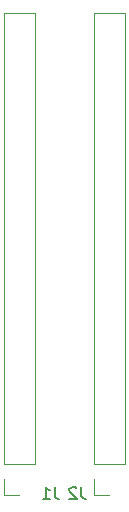
<source format=gbr>
%TF.GenerationSoftware,KiCad,Pcbnew,(5.1.9)-1*%
%TF.CreationDate,2021-02-03T20:34:43-05:00*%
%TF.ProjectId,NerdConsole_BreadBoard_Bridge16,4e657264-436f-46e7-936f-6c655f427265,rev?*%
%TF.SameCoordinates,Original*%
%TF.FileFunction,Legend,Bot*%
%TF.FilePolarity,Positive*%
%FSLAX46Y46*%
G04 Gerber Fmt 4.6, Leading zero omitted, Abs format (unit mm)*
G04 Created by KiCad (PCBNEW (5.1.9)-1) date 2021-02-03 20:34:43*
%MOMM*%
%LPD*%
G01*
G04 APERTURE LIST*
%ADD10C,0.120000*%
%ADD11C,0.150000*%
G04 APERTURE END LIST*
D10*
%TO.C,J1*%
X146620000Y-127980000D02*
X147950000Y-127980000D01*
X146620000Y-126650000D02*
X146620000Y-127980000D01*
X146620000Y-125380000D02*
X149280000Y-125380000D01*
X149280000Y-125380000D02*
X149280000Y-87220000D01*
X146620000Y-125380000D02*
X146620000Y-87220000D01*
X146620000Y-87220000D02*
X149280000Y-87220000D01*
%TO.C,J2*%
X154220000Y-87220000D02*
X156880000Y-87220000D01*
X154220000Y-125380000D02*
X154220000Y-87220000D01*
X156880000Y-125380000D02*
X156880000Y-87220000D01*
X154220000Y-125380000D02*
X156880000Y-125380000D01*
X154220000Y-126650000D02*
X154220000Y-127980000D01*
X154220000Y-127980000D02*
X155550000Y-127980000D01*
%TO.C,J1*%
D11*
X150933333Y-127352380D02*
X150933333Y-128066666D01*
X150980952Y-128209523D01*
X151076190Y-128304761D01*
X151219047Y-128352380D01*
X151314285Y-128352380D01*
X149933333Y-128352380D02*
X150504761Y-128352380D01*
X150219047Y-128352380D02*
X150219047Y-127352380D01*
X150314285Y-127495238D01*
X150409523Y-127590476D01*
X150504761Y-127638095D01*
%TO.C,J2*%
X153183333Y-127352380D02*
X153183333Y-128066666D01*
X153230952Y-128209523D01*
X153326190Y-128304761D01*
X153469047Y-128352380D01*
X153564285Y-128352380D01*
X152754761Y-127447619D02*
X152707142Y-127400000D01*
X152611904Y-127352380D01*
X152373809Y-127352380D01*
X152278571Y-127400000D01*
X152230952Y-127447619D01*
X152183333Y-127542857D01*
X152183333Y-127638095D01*
X152230952Y-127780952D01*
X152802380Y-128352380D01*
X152183333Y-128352380D01*
%TD*%
M02*

</source>
